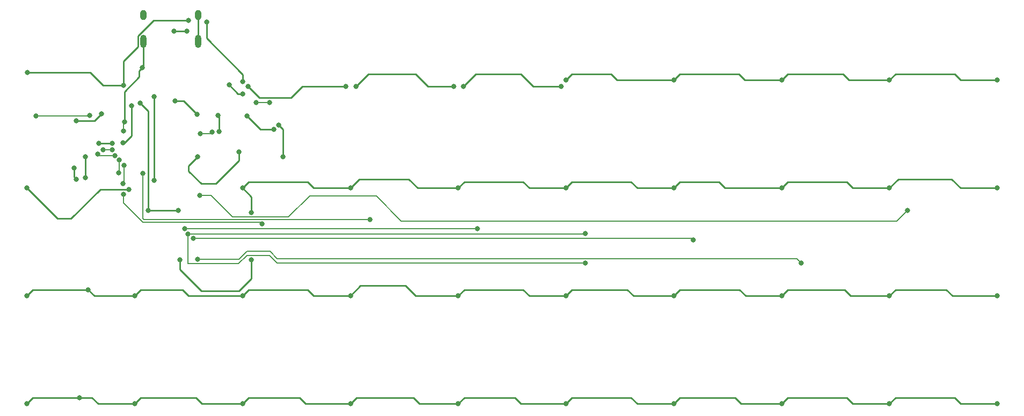
<source format=gbr>
%TF.GenerationSoftware,KiCad,Pcbnew,(6.0.4-0)*%
%TF.CreationDate,2022-10-10T22:02:04-05:00*%
%TF.ProjectId,bancouver40_cfx,62616e63-6f75-4766-9572-34305f636678,rev?*%
%TF.SameCoordinates,Original*%
%TF.FileFunction,Copper,L1,Top*%
%TF.FilePolarity,Positive*%
%FSLAX46Y46*%
G04 Gerber Fmt 4.6, Leading zero omitted, Abs format (unit mm)*
G04 Created by KiCad (PCBNEW (6.0.4-0)) date 2022-10-10 22:02:04*
%MOMM*%
%LPD*%
G01*
G04 APERTURE LIST*
%TA.AperFunction,ComponentPad*%
%ADD10O,1.000000X2.100000*%
%TD*%
%TA.AperFunction,ComponentPad*%
%ADD11O,1.000000X1.600000*%
%TD*%
%TA.AperFunction,ViaPad*%
%ADD12C,0.800000*%
%TD*%
%TA.AperFunction,Conductor*%
%ADD13C,0.200000*%
%TD*%
%TA.AperFunction,Conductor*%
%ADD14C,0.250000*%
%TD*%
G04 APERTURE END LIST*
D10*
%TO.P,J1,S1,SHIELD*%
%TO.N,GND*%
X106888281Y-20104992D03*
D11*
X106888281Y-15924992D03*
X115528281Y-15924992D03*
D10*
X115528281Y-20104992D03*
%TD*%
D12*
%TO.N,GND*%
X118850852Y-34308391D03*
X103800000Y-34224500D03*
X126791607Y-29749986D03*
X106760000Y-24220000D03*
X103900000Y-32775500D03*
X118640466Y-31724936D03*
X124666608Y-29749986D03*
%TO.N,Net-(B1-Pad2)*%
X117760089Y-34400000D03*
X115838365Y-34638365D03*
%TO.N,Net-(C2-Pad2)*%
X121934486Y-37521348D03*
X115474446Y-38249982D03*
%TO.N,+5V*%
X111938982Y-29500000D03*
X115400000Y-31614500D03*
X123249942Y-31874985D03*
X127499940Y-33999984D03*
%TO.N,row1*%
X114041613Y-16775500D03*
X123400000Y-27200000D03*
X207541569Y-26208321D03*
X140400000Y-27200000D03*
X173541585Y-26208321D03*
X241541553Y-26208321D03*
X116874945Y-16999992D03*
X122600000Y-26400000D03*
X88600000Y-25000000D03*
X155800000Y-27200000D03*
X172800000Y-27200000D03*
X190541577Y-26208321D03*
X157400000Y-27200000D03*
X103800000Y-27000000D03*
X224541561Y-26208321D03*
X138800000Y-27200000D03*
%TO.N,Net-(D3-Pad2)*%
X122541609Y-28333320D03*
X120416610Y-26916654D03*
%TO.N,row2*%
X241541553Y-43208313D03*
X190541577Y-43208313D03*
X224541561Y-43208313D03*
X106356406Y-29790789D03*
X156541593Y-43208313D03*
X122541609Y-43208313D03*
X207541569Y-43208313D03*
X112425408Y-46749978D03*
X107666616Y-46749978D03*
X123958275Y-47100980D03*
X88541625Y-43208313D03*
X173541585Y-43208313D03*
X139541601Y-43208313D03*
X123958275Y-54541641D03*
X112624947Y-54541641D03*
X104626176Y-43415420D03*
%TO.N,row3*%
X98208767Y-59250452D03*
X103703597Y-36061495D03*
X207541569Y-60208305D03*
X190541577Y-60208305D03*
X97749954Y-38249982D03*
X105049454Y-30220001D03*
X224541561Y-60208305D03*
X122541609Y-60208305D03*
X101999952Y-36124983D03*
X97749954Y-41574981D03*
X105541617Y-60208305D03*
X173541585Y-60208305D03*
X241541553Y-60208305D03*
X139541601Y-60208305D03*
X156541593Y-60208305D03*
X99874953Y-36124983D03*
X88541625Y-60208305D03*
%TO.N,row4*%
X190541577Y-77208297D03*
X122541609Y-77208297D03*
X95984531Y-40026225D03*
X96333288Y-32583318D03*
X173541585Y-77208297D03*
X88541625Y-77208297D03*
X96792101Y-76250444D03*
X105541617Y-77208297D03*
X156541593Y-77208297D03*
X241541553Y-77208297D03*
X139541601Y-77208297D03*
X100262268Y-31487670D03*
X96333288Y-41791647D03*
X224541561Y-77208297D03*
X207541569Y-77208297D03*
%TO.N,VBUS*%
X113750000Y-18500000D03*
X111750000Y-18500000D03*
%TO.N,col1*%
X90000442Y-31800442D03*
X100525500Y-37200000D03*
X98462701Y-31737299D03*
X101974500Y-37200000D03*
%TO.N,col2*%
X99735416Y-37812187D03*
X102397256Y-38105693D03*
%TO.N,col3*%
X103000000Y-40800000D03*
X108600000Y-42000000D03*
X103104011Y-38812449D03*
X108599945Y-28775500D03*
%TO.N,col4*%
X128208273Y-33291651D03*
X125600000Y-48899500D03*
X103887548Y-39595985D03*
X128916606Y-38249982D03*
X103705378Y-42494622D03*
X103800000Y-44200000D03*
%TO.N,col5*%
X106800000Y-40885500D03*
X142600000Y-48200000D03*
%TO.N,col6*%
X113400000Y-49600000D03*
X159600000Y-49600000D03*
%TO.N,col7*%
X113954424Y-50431636D03*
X176599913Y-55024978D03*
X176600000Y-50400000D03*
%TO.N,col8*%
X114749946Y-51131136D03*
X193600000Y-51400000D03*
%TO.N,col9*%
X210599897Y-55024978D03*
X115458279Y-54463285D03*
%TO.N,col10*%
X227374893Y-46749978D03*
X115800000Y-44400000D03*
%TD*%
D13*
%TO.N,GND*%
X103800000Y-32875500D02*
X103900000Y-32775500D01*
X103800000Y-34224500D02*
X103800000Y-32875500D01*
D14*
X106760000Y-24220000D02*
X106888281Y-24091719D01*
X106250934Y-25669011D02*
X106250934Y-24729066D01*
D13*
X124666608Y-29749986D02*
X126791607Y-29749986D01*
D14*
X106250934Y-25669011D02*
X103900000Y-28019945D01*
X118850852Y-31935322D02*
X118640466Y-31724936D01*
X106888281Y-24091719D02*
X106888281Y-20104992D01*
X106250934Y-24729066D02*
X106760000Y-24220000D01*
X115528281Y-15924992D02*
X115528281Y-20104992D01*
X103900000Y-28019945D02*
X103900000Y-32775500D01*
X118850852Y-34308391D02*
X118850852Y-31935322D01*
D13*
%TO.N,Net-(B1-Pad2)*%
X117521724Y-34638365D02*
X117760089Y-34400000D01*
X115838365Y-34638365D02*
X117521724Y-34638365D01*
X117560089Y-34600000D02*
X117760089Y-34400000D01*
D14*
%TO.N,Net-(C2-Pad2)*%
X114041613Y-40527331D02*
X116014262Y-42499980D01*
X118291611Y-42499980D02*
X121934486Y-38857105D01*
X115474446Y-38249982D02*
X114041613Y-39682815D01*
X121934486Y-38857105D02*
X121934486Y-37521348D01*
X114041613Y-39682815D02*
X114041613Y-40527331D01*
X116014262Y-42499980D02*
X118291611Y-42499980D01*
%TO.N,+5V*%
X125374941Y-33999984D02*
X123249942Y-31874985D01*
X113285500Y-29500000D02*
X111938982Y-29500000D01*
X127499940Y-33999984D02*
X125374941Y-33999984D01*
X115400000Y-31614500D02*
X113285500Y-29500000D01*
%TO.N,row1*%
X149796085Y-25250468D02*
X151745617Y-27200000D01*
X181609219Y-26208321D02*
X190541577Y-26208321D01*
X225499414Y-25250468D02*
X234796045Y-25250468D01*
X235753898Y-26208321D02*
X241541553Y-26208321D01*
X208499422Y-25250468D02*
X217208711Y-25250468D01*
X159349532Y-25250468D02*
X166451374Y-25250468D01*
X217208711Y-25250468D02*
X218166564Y-26208321D01*
X123400000Y-27200000D02*
X125199510Y-28999510D01*
X106063761Y-20953173D02*
X106063761Y-19213465D01*
X180651366Y-25250468D02*
X181609219Y-26208321D01*
X108501726Y-16775500D02*
X114041613Y-16775500D01*
X142349532Y-25250468D02*
X149796085Y-25250468D01*
X168400906Y-27200000D02*
X172800000Y-27200000D01*
X100545641Y-27000000D02*
X103800000Y-27000000D01*
X157400000Y-27200000D02*
X159349532Y-25250468D01*
X130200490Y-28999510D02*
X132000000Y-27200000D01*
X116874945Y-16999992D02*
X116874945Y-19607997D01*
X207541569Y-26208321D02*
X208499422Y-25250468D01*
X173541585Y-26208321D02*
X174499438Y-25250468D01*
X190541577Y-26208321D02*
X191499430Y-25250468D01*
X122600000Y-25333052D02*
X122600000Y-26400000D01*
X234796045Y-25250468D02*
X235753898Y-26208321D01*
X224541561Y-26208321D02*
X225499414Y-25250468D01*
X103800000Y-23216934D02*
X106063761Y-20953173D01*
X174499438Y-25250468D02*
X180651366Y-25250468D01*
X106063761Y-19213465D02*
X108501726Y-16775500D01*
X98545641Y-25000000D02*
X100545641Y-27000000D01*
X191499430Y-25250468D02*
X200796061Y-25250468D01*
X88600000Y-25000000D02*
X98545641Y-25000000D01*
X218166564Y-26208321D02*
X224541561Y-26208321D01*
X201753914Y-26208321D02*
X207541569Y-26208321D01*
X200796061Y-25250468D02*
X201753914Y-26208321D01*
X125199510Y-28999510D02*
X130200490Y-28999510D01*
X132000000Y-27200000D02*
X138800000Y-27200000D01*
X151745617Y-27200000D02*
X155800000Y-27200000D01*
X103800000Y-27000000D02*
X103800000Y-23216934D01*
X166451374Y-25250468D02*
X168400906Y-27200000D01*
X140400000Y-27200000D02*
X142349532Y-25250468D01*
X116874945Y-19607997D02*
X122600000Y-25333052D01*
%TO.N,Net-(D3-Pad2)*%
X121833276Y-28333320D02*
X122541609Y-28333320D01*
X120416610Y-26916654D02*
X121833276Y-28333320D01*
%TO.N,row2*%
X224541561Y-43208313D02*
X225958227Y-41791647D01*
X88541625Y-43208313D02*
X93368205Y-48034893D01*
X150166596Y-43208313D02*
X156541593Y-43208313D01*
X225958227Y-41791647D02*
X234337232Y-41791647D01*
X106356406Y-29790789D02*
X107666616Y-31100999D01*
X208499422Y-42250460D02*
X217796053Y-42250460D01*
X173541585Y-43208313D02*
X174499438Y-42250460D01*
X122541609Y-43208313D02*
X123958275Y-44624979D01*
X133753946Y-43208313D02*
X139541601Y-43208313D01*
X123958275Y-44624979D02*
X123958275Y-47100980D01*
X217796053Y-42250460D02*
X218753906Y-43208313D01*
X184753922Y-43208313D02*
X190541577Y-43208313D01*
X107666616Y-31100999D02*
X107666616Y-42499980D01*
X123958275Y-57524651D02*
X123958275Y-54541641D01*
X167753930Y-43208313D02*
X173541585Y-43208313D01*
X148749930Y-41791647D02*
X150166596Y-43208313D01*
X191499430Y-42250460D02*
X197651358Y-42250460D01*
X122541609Y-43208313D02*
X123499462Y-42250460D01*
X112624947Y-54541641D02*
X112624947Y-56079298D01*
X234337232Y-41791647D02*
X235753898Y-43208313D01*
X107666616Y-46749978D02*
X112425408Y-46749978D01*
X116029443Y-59483794D02*
X121999132Y-59483794D01*
X121999132Y-59483794D02*
X123958275Y-57524651D01*
X190541577Y-43208313D02*
X191499430Y-42250460D01*
X166796077Y-42250460D02*
X167753930Y-43208313D01*
X132796093Y-42250460D02*
X133753946Y-43208313D01*
X100133540Y-43415420D02*
X104626176Y-43415420D01*
X198609211Y-43208313D02*
X207541569Y-43208313D01*
X95514067Y-48034893D02*
X100133540Y-43415420D01*
X218753906Y-43208313D02*
X224541561Y-43208313D01*
X174499438Y-42250460D02*
X183796069Y-42250460D01*
X197651358Y-42250460D02*
X198609211Y-43208313D01*
X107666616Y-42499980D02*
X107666616Y-46749978D01*
X93368205Y-48034893D02*
X95514067Y-48034893D01*
X156541593Y-43208313D02*
X157499446Y-42250460D01*
X235753898Y-43208313D02*
X241541553Y-43208313D01*
X157499446Y-42250460D02*
X166796077Y-42250460D01*
X112624947Y-56079298D02*
X116029443Y-59483794D01*
X207541569Y-43208313D02*
X208499422Y-42250460D01*
X123499462Y-42250460D02*
X132796093Y-42250460D01*
X183796069Y-42250460D02*
X184753922Y-43208313D01*
X140958267Y-41791647D02*
X148749930Y-41791647D01*
X139541601Y-43208313D02*
X140958267Y-41791647D01*
%TO.N,row3*%
X156541593Y-60208305D02*
X157499446Y-59250452D01*
X184166580Y-60208305D02*
X190541577Y-60208305D01*
X225499414Y-59250452D02*
X233500370Y-59250452D01*
X191499430Y-59250452D02*
X200917052Y-59250452D01*
X98208767Y-59250452D02*
X99166620Y-60208305D01*
X122541609Y-60208305D02*
X123499462Y-59250452D01*
X201874905Y-60208305D02*
X207541569Y-60208305D01*
X166796077Y-59250452D02*
X167753930Y-60208305D01*
X149840753Y-60208305D02*
X156541593Y-60208305D01*
X173541585Y-60208305D02*
X174499438Y-59250452D01*
X167753930Y-60208305D02*
X173541585Y-60208305D01*
X148232842Y-58600394D02*
X149840753Y-60208305D01*
X103978325Y-36061495D02*
X103703597Y-36061495D01*
X233500370Y-59250452D02*
X234458223Y-60208305D01*
X132796093Y-59250452D02*
X133753946Y-60208305D01*
X208499422Y-59250452D02*
X217451350Y-59250452D01*
X106499470Y-59250452D02*
X113058296Y-59250452D01*
X141149512Y-58600394D02*
X148232842Y-58600394D01*
X105049454Y-30220001D02*
X105049454Y-34990366D01*
X89499478Y-59250452D02*
X98208767Y-59250452D01*
X101999952Y-36124983D02*
X99874953Y-36124983D01*
X190541577Y-60208305D02*
X191499430Y-59250452D01*
X217451350Y-59250452D02*
X218409203Y-60208305D01*
X224541561Y-60208305D02*
X225499414Y-59250452D01*
X174499438Y-59250452D02*
X183208727Y-59250452D01*
X157499446Y-59250452D02*
X166796077Y-59250452D01*
X218409203Y-60208305D02*
X224541561Y-60208305D01*
X139541601Y-60208305D02*
X141149512Y-58600394D01*
X105541617Y-60208305D02*
X106499470Y-59250452D01*
X88541625Y-60208305D02*
X89499478Y-59250452D01*
X200917052Y-59250452D02*
X201874905Y-60208305D01*
X99166620Y-60208305D02*
X105541617Y-60208305D01*
X97749954Y-38249982D02*
X97749954Y-41574981D01*
X114016149Y-60208305D02*
X122541609Y-60208305D01*
X207541569Y-60208305D02*
X208499422Y-59250452D01*
X183208727Y-59250452D02*
X184166580Y-60208305D01*
X123499462Y-59250452D02*
X132796093Y-59250452D01*
X113058296Y-59250452D02*
X114016149Y-60208305D01*
X234458223Y-60208305D02*
X241541553Y-60208305D01*
X133753946Y-60208305D02*
X139541601Y-60208305D01*
X105049454Y-34990366D02*
X103978325Y-36061495D01*
%TO.N,row4*%
X201166572Y-77208297D02*
X207541569Y-77208297D01*
X156541593Y-77208297D02*
X157499446Y-76250444D01*
X218753906Y-77208297D02*
X224541561Y-77208297D01*
X96792101Y-76250444D02*
X98796109Y-76250444D01*
X174499438Y-76250444D02*
X183796069Y-76250444D01*
X88541625Y-77208297D02*
X89499478Y-76250444D01*
X122541609Y-77208297D02*
X123499462Y-76250444D01*
X99166620Y-32583318D02*
X96333288Y-32583318D01*
X184753922Y-77208297D02*
X190541577Y-77208297D01*
X166458255Y-77208297D02*
X173541585Y-77208297D01*
X200208719Y-76250444D02*
X201166572Y-77208297D01*
X98796109Y-76250444D02*
X99753962Y-77208297D01*
X217796053Y-76250444D02*
X218753906Y-77208297D01*
X89499478Y-76250444D02*
X96792101Y-76250444D01*
X150409235Y-77208297D02*
X156541593Y-77208297D01*
X139541601Y-77208297D02*
X140499454Y-76250444D01*
X165500402Y-76250444D02*
X166458255Y-77208297D01*
X234796045Y-76250444D02*
X235753898Y-77208297D01*
X157499446Y-76250444D02*
X165500402Y-76250444D01*
X208499422Y-76250444D02*
X217796053Y-76250444D01*
X106499470Y-76250444D02*
X115208759Y-76250444D01*
X105541617Y-77208297D02*
X106499470Y-76250444D01*
X225499414Y-76250444D02*
X234796045Y-76250444D01*
X115208759Y-76250444D02*
X116166612Y-77208297D01*
X100262268Y-31487670D02*
X99166620Y-32583318D01*
X95984531Y-41442890D02*
X96333288Y-41791647D01*
X190541577Y-77208297D02*
X191499430Y-76250444D01*
X191499430Y-76250444D02*
X200208719Y-76250444D01*
X224541561Y-77208297D02*
X225499414Y-76250444D01*
X95984531Y-40026225D02*
X95984531Y-41442890D01*
X131500418Y-76250444D02*
X132458271Y-77208297D01*
X99753962Y-77208297D02*
X105541617Y-77208297D01*
X207541569Y-77208297D02*
X208499422Y-76250444D01*
X132458271Y-77208297D02*
X139541601Y-77208297D01*
X123499462Y-76250444D02*
X131500418Y-76250444D01*
X149451382Y-76250444D02*
X150409235Y-77208297D01*
X140499454Y-76250444D02*
X149451382Y-76250444D01*
X235753898Y-77208297D02*
X241541553Y-77208297D01*
X173541585Y-77208297D02*
X174499438Y-76250444D01*
X116166612Y-77208297D02*
X122541609Y-77208297D01*
X183796069Y-76250444D02*
X184753922Y-77208297D01*
%TO.N,VBUS*%
X111750000Y-18500000D02*
X113750000Y-18500000D01*
D13*
%TO.N,col1*%
X101974500Y-37200000D02*
X100525500Y-37200000D01*
X98399558Y-31800442D02*
X90000442Y-31800442D01*
X98462701Y-31737299D02*
X98399558Y-31800442D01*
%TO.N,col2*%
X100028922Y-38105693D02*
X99735416Y-37812187D01*
X102397256Y-38105693D02*
X100028922Y-38105693D01*
%TO.N,col3*%
X103104011Y-38812449D02*
X103104011Y-40695989D01*
D14*
X108599945Y-41999945D02*
X108600000Y-42000000D01*
X108599945Y-28775500D02*
X108599945Y-41999945D01*
D13*
X103104011Y-40695989D02*
X103000000Y-40800000D01*
%TO.N,col4*%
X103887548Y-42312452D02*
X103705378Y-42494622D01*
X106834513Y-48599519D02*
X125300019Y-48599519D01*
X125300019Y-48599519D02*
X125600000Y-48899500D01*
X103800000Y-44200000D02*
X103800000Y-45565006D01*
D14*
X128208273Y-33291651D02*
X128916606Y-33999984D01*
D13*
X103887548Y-39595985D02*
X103887548Y-42312452D01*
D14*
X128916606Y-33999984D02*
X128916606Y-38249982D01*
D13*
X103800000Y-45565006D02*
X106834513Y-48599519D01*
%TO.N,col5*%
X106800000Y-40885500D02*
X106800000Y-48000000D01*
X106800000Y-48000000D02*
X107000000Y-48200000D01*
X107000000Y-48200000D02*
X142600000Y-48200000D01*
%TO.N,col6*%
X114399011Y-49599011D02*
X159599011Y-49599011D01*
X114398022Y-49600000D02*
X114399011Y-49599011D01*
X113400000Y-49600000D02*
X114398022Y-49600000D01*
X159599011Y-49599011D02*
X159600000Y-49600000D01*
%TO.N,col7*%
X113954424Y-50431636D02*
X113954424Y-55162785D01*
X123249942Y-53833308D02*
X126791607Y-53833308D01*
X113954424Y-50431636D02*
X176568364Y-50431636D01*
X127983277Y-55024978D02*
X176599913Y-55024978D01*
X121920465Y-55162785D02*
X123249942Y-53833308D01*
X176568364Y-50431636D02*
X176600000Y-50400000D01*
X126791607Y-53833308D02*
X127983277Y-55024978D01*
X113954424Y-55162785D02*
X121920465Y-55162785D01*
%TO.N,col8*%
X114749946Y-51131136D02*
X193331136Y-51131136D01*
X193331136Y-51131136D02*
X193600000Y-51400000D01*
%TO.N,col9*%
X127992099Y-54325467D02*
X209900386Y-54325467D01*
X209900386Y-54325467D02*
X210599897Y-55024978D01*
X123249942Y-53214734D02*
X126881366Y-53214734D01*
X122001391Y-54463285D02*
X123249942Y-53214734D01*
X126881366Y-53214734D02*
X127992099Y-54325467D01*
X115458279Y-54463285D02*
X122001391Y-54463285D01*
%TO.N,col10*%
X120966063Y-47800480D02*
X129783819Y-47800480D01*
X117565583Y-44400000D02*
X120966063Y-47800480D01*
X133108839Y-44475460D02*
X143609789Y-44475460D01*
X147534329Y-48400000D02*
X225724871Y-48400000D01*
X115800000Y-44400000D02*
X117565583Y-44400000D01*
X225724871Y-48400000D02*
X227374893Y-46749978D01*
X143609789Y-44475460D02*
X147534329Y-48400000D01*
X129783819Y-47800480D02*
X133108839Y-44475460D01*
%TD*%
M02*

</source>
